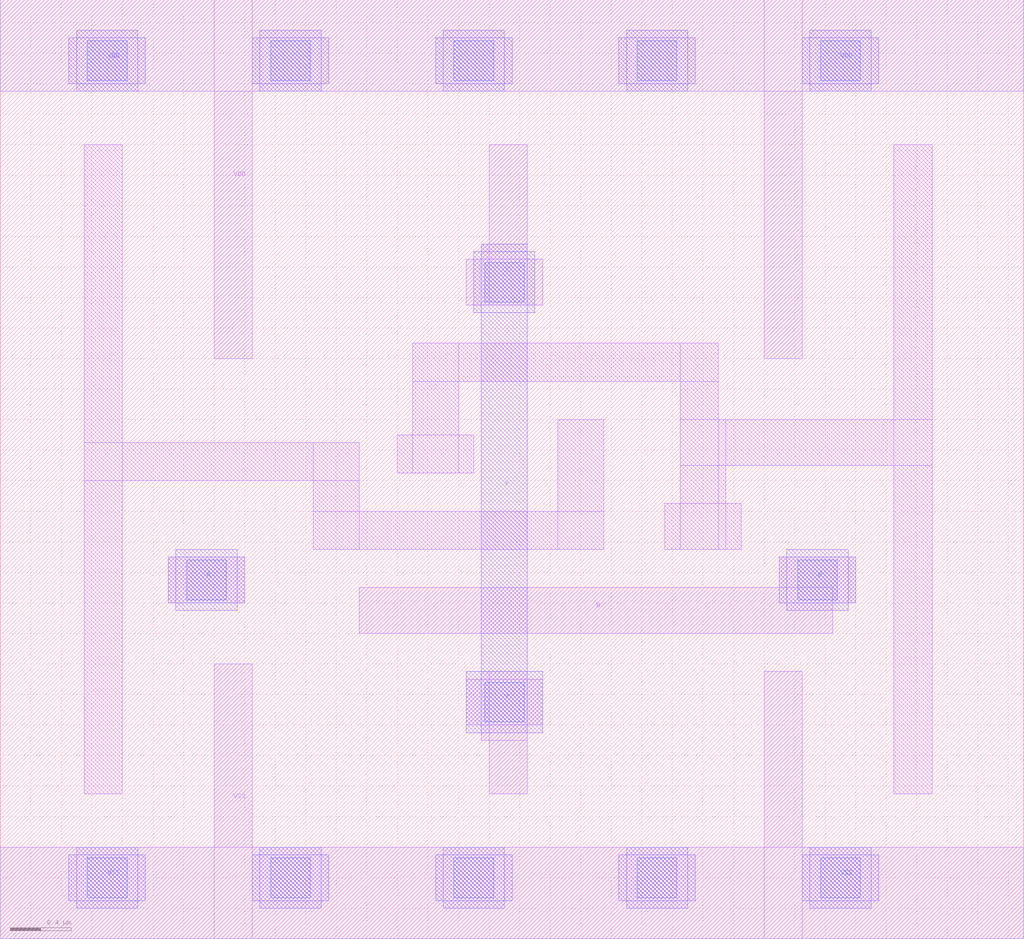
<source format=lef>
# Copyright 2022 Google LLC
# Licensed under the Apache License, Version 2.0 (the "License");
# you may not use this file except in compliance with the License.
# You may obtain a copy of the License at
#
#      http://www.apache.org/licenses/LICENSE-2.0
#
# Unless required by applicable law or agreed to in writing, software
# distributed under the License is distributed on an "AS IS" BASIS,
# WITHOUT WARRANTIES OR CONDITIONS OF ANY KIND, either express or implied.
# See the License for the specific language governing permissions and
# limitations under the License.
VERSION 5.7 ;
BUSBITCHARS "[]" ;
DIVIDERCHAR "/" ;

MACRO gf180mcu_osu_sc_9T_xor2_1
  CLASS CORE ;
  ORIGIN 0 0 ;
  FOREIGN gf180mcu_osu_sc_9T_xor2_1 0 0 ;
  SIZE 6.7 BY 6.15 ;
  SYMMETRY X Y ;
  SITE GF018hv5v_mcu_sc7 ;
  PIN A
    DIRECTION INPUT ;
    USE SIGNAL ;
    PORT
      LAYER MET1 ;
        RECT 1.1 2.2 1.6 2.5 ;
      LAYER MET2 ;
        RECT 1.1 2.2 1.6 2.5 ;
        RECT 1.15 2.15 1.55 2.55 ;
      LAYER VIA12 ;
        RECT 1.22 2.22 1.48 2.48 ;
    END
  END A
  PIN B
    DIRECTION INPUT ;
    USE SIGNAL ;
    PORT
      LAYER MET1 ;
        RECT 5.1 2.2 5.6 2.5 ;
        RECT 2.35 2 5.45 2.3 ;
      LAYER MET2 ;
        RECT 5.1 2.2 5.6 2.5 ;
        RECT 5.15 2.15 5.55 2.55 ;
      LAYER VIA12 ;
        RECT 5.22 2.22 5.48 2.48 ;
    END
  END B
  PIN VDD
    DIRECTION INOUT ;
    USE POWER ;
    SHAPE ABUTMENT ;
    PORT
      LAYER MET1 ;
        RECT 0 5.55 6.7 6.15 ;
        RECT 5 3.8 5.25 6.15 ;
        RECT 1.4 3.8 1.65 6.15 ;
      LAYER MET2 ;
        RECT 5.25 5.6 5.75 5.9 ;
        RECT 5.3 5.55 5.7 5.95 ;
        RECT 4.05 5.6 4.55 5.9 ;
        RECT 4.1 5.55 4.5 5.95 ;
        RECT 2.85 5.6 3.35 5.9 ;
        RECT 2.9 5.55 3.3 5.95 ;
        RECT 1.65 5.6 2.15 5.9 ;
        RECT 1.7 5.55 2.1 5.95 ;
        RECT 0.45 5.6 0.95 5.9 ;
        RECT 0.5 5.55 0.9 5.95 ;
      LAYER VIA12 ;
        RECT 0.57 5.62 0.83 5.88 ;
        RECT 1.77 5.62 2.03 5.88 ;
        RECT 2.97 5.62 3.23 5.88 ;
        RECT 4.17 5.62 4.43 5.88 ;
        RECT 5.37 5.62 5.63 5.88 ;
    END
  END VDD
  PIN VSS
    DIRECTION INOUT ;
    USE GROUND ;
    PORT
      LAYER MET1 ;
        RECT 0 0 6.7 0.6 ;
        RECT 5 0 5.25 1.75 ;
        RECT 1.4 0 1.65 1.8 ;
      LAYER MET2 ;
        RECT 5.25 0.25 5.75 0.55 ;
        RECT 5.3 0.2 5.7 0.6 ;
        RECT 4.05 0.25 4.55 0.55 ;
        RECT 4.1 0.2 4.5 0.6 ;
        RECT 2.85 0.25 3.35 0.55 ;
        RECT 2.9 0.2 3.3 0.6 ;
        RECT 1.65 0.25 2.15 0.55 ;
        RECT 1.7 0.2 2.1 0.6 ;
        RECT 0.45 0.25 0.95 0.55 ;
        RECT 0.5 0.2 0.9 0.6 ;
      LAYER VIA12 ;
        RECT 0.57 0.27 0.83 0.53 ;
        RECT 1.77 0.27 2.03 0.53 ;
        RECT 2.97 0.27 3.23 0.53 ;
        RECT 4.17 0.27 4.43 0.53 ;
        RECT 5.37 0.27 5.63 0.53 ;
    END
  END VSS
  PIN Y
    DIRECTION OUTPUT ;
    USE SIGNAL ;
    PORT
      LAYER MET1 ;
        RECT 3.05 1.4 3.55 1.7 ;
        RECT 3.15 1.3 3.45 1.75 ;
        RECT 3.2 0.95 3.45 1.75 ;
        RECT 3.05 4.15 3.55 4.45 ;
        RECT 3.2 4.15 3.45 5.2 ;
        RECT 3.15 4.15 3.45 4.55 ;
      LAYER MET2 ;
        RECT 3.05 1.35 3.55 1.75 ;
        RECT 3.1 4.1 3.5 4.5 ;
        RECT 3.15 1.35 3.45 4.55 ;
      LAYER VIA12 ;
        RECT 3.17 4.17 3.43 4.43 ;
        RECT 3.17 1.42 3.43 1.68 ;
    END
  END Y
  OBS
    LAYER MET1 ;
      RECT 5.85 0.95 6.1 5.2 ;
      RECT 2.7 3.65 4.7 3.9 ;
      RECT 4.45 2.55 4.7 3.9 ;
      RECT 2.7 3.05 3 3.9 ;
      RECT 4.45 3.1 6.1 3.4 ;
      RECT 2.6 3.05 3.1 3.3 ;
      RECT 4.45 2.55 4.75 3.4 ;
      RECT 4.35 2.55 4.85 2.85 ;
      RECT 0.55 0.95 0.8 5.2 ;
      RECT 3.65 2.55 3.95 3.4 ;
      RECT 0.55 3 2.35 3.25 ;
      RECT 2.05 2.55 2.35 3.25 ;
      RECT 2.05 2.55 3.95 2.8 ;
  END
END gf180mcu_osu_sc_9T_xor2_1

</source>
